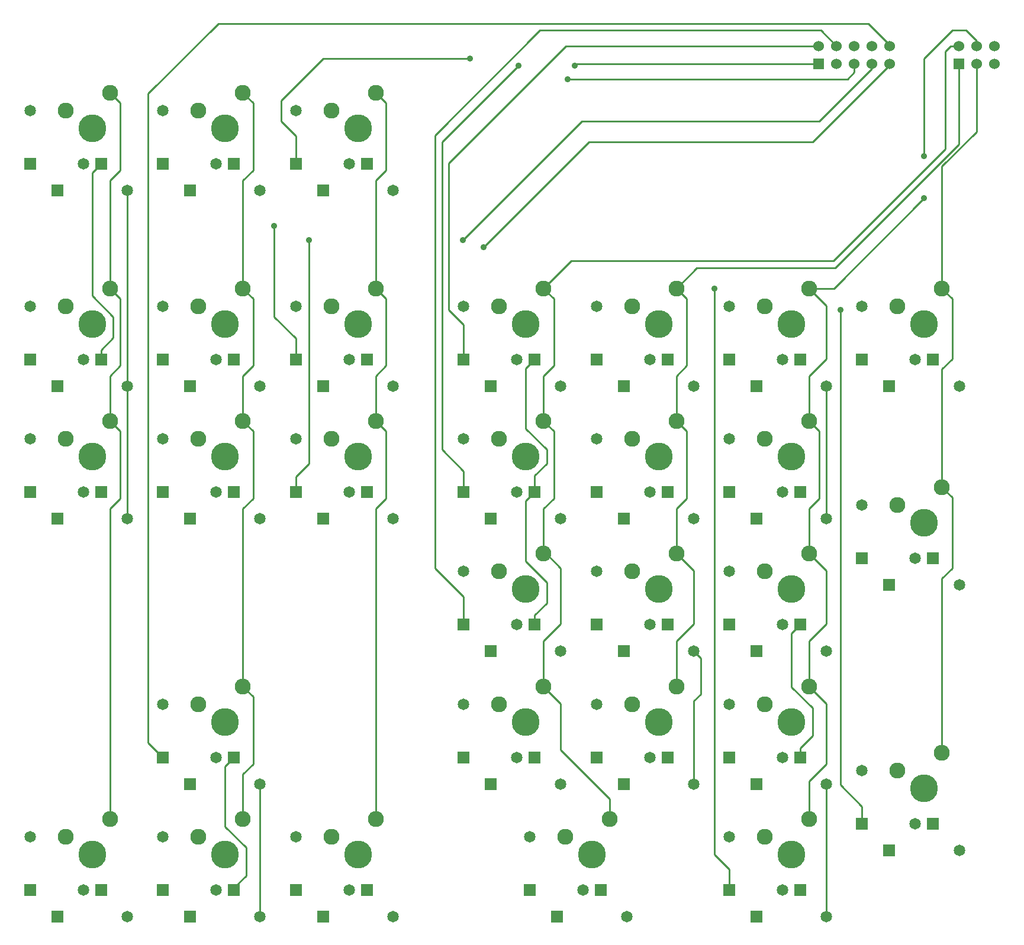
<source format=gbl>
G04 (created by PCBNEW (2013-07-07 BZR 4022)-stable) date 10/28/2014 2:01:09 AM*
%MOIN*%
G04 Gerber Fmt 3.4, Leading zero omitted, Abs format*
%FSLAX34Y34*%
G01*
G70*
G90*
G04 APERTURE LIST*
%ADD10C,0.00590551*%
%ADD11C,0.09*%
%ADD12C,0.157*%
%ADD13C,0.065*%
%ADD14R,0.065X0.065*%
%ADD15R,0.06X0.06*%
%ADD16C,0.06*%
%ADD17C,0.035*%
%ADD18C,0.01*%
G04 APERTURE END LIST*
G54D10*
G54D11*
X22259Y-16110D03*
X19759Y-17110D03*
G54D12*
X21259Y-18110D03*
G54D13*
X17759Y-17110D03*
G54D14*
X17759Y-20110D03*
G54D13*
X20759Y-20110D03*
G54D14*
X21759Y-20110D03*
X19291Y-21610D03*
G54D13*
X23228Y-21610D03*
G54D11*
X61629Y-57055D03*
X59129Y-58055D03*
G54D12*
X60629Y-59055D03*
G54D13*
X57129Y-58055D03*
G54D14*
X57129Y-61055D03*
G54D13*
X60129Y-61055D03*
G54D14*
X61129Y-61055D03*
X58661Y-62555D03*
G54D13*
X62598Y-62555D03*
G54D11*
X50409Y-57055D03*
X47909Y-58055D03*
G54D12*
X49409Y-59055D03*
G54D13*
X45909Y-58055D03*
G54D14*
X45909Y-61055D03*
G54D13*
X48909Y-61055D03*
G54D14*
X49909Y-61055D03*
X47440Y-62555D03*
G54D13*
X51377Y-62555D03*
G54D11*
X69110Y-53314D03*
X66610Y-54314D03*
G54D12*
X68110Y-55314D03*
G54D13*
X64610Y-54314D03*
G54D14*
X64610Y-57314D03*
G54D13*
X67610Y-57314D03*
G54D14*
X68610Y-57314D03*
X66141Y-58814D03*
G54D13*
X70078Y-58814D03*
G54D11*
X61629Y-49574D03*
X59129Y-50574D03*
G54D12*
X60629Y-51574D03*
G54D13*
X57129Y-50574D03*
G54D14*
X57129Y-53574D03*
G54D13*
X60129Y-53574D03*
G54D14*
X61129Y-53574D03*
X58661Y-55074D03*
G54D13*
X62598Y-55074D03*
G54D11*
X54149Y-49574D03*
X51649Y-50574D03*
G54D12*
X53149Y-51574D03*
G54D13*
X49649Y-50574D03*
G54D14*
X49649Y-53574D03*
G54D13*
X52649Y-53574D03*
G54D14*
X53649Y-53574D03*
X51181Y-55074D03*
G54D13*
X55118Y-55074D03*
G54D11*
X46669Y-49574D03*
X44169Y-50574D03*
G54D12*
X45669Y-51574D03*
G54D13*
X42169Y-50574D03*
G54D14*
X42169Y-53574D03*
G54D13*
X45169Y-53574D03*
G54D14*
X46169Y-53574D03*
X43700Y-55074D03*
G54D13*
X47637Y-55074D03*
G54D11*
X69110Y-38354D03*
X66610Y-39354D03*
G54D12*
X68110Y-40354D03*
G54D13*
X64610Y-39354D03*
G54D14*
X64610Y-42354D03*
G54D13*
X67610Y-42354D03*
G54D14*
X68610Y-42354D03*
X66141Y-43854D03*
G54D13*
X70078Y-43854D03*
G54D11*
X69110Y-27133D03*
X66610Y-28133D03*
G54D12*
X68110Y-29133D03*
G54D13*
X64610Y-28133D03*
G54D14*
X64610Y-31133D03*
G54D13*
X67610Y-31133D03*
G54D14*
X68610Y-31133D03*
X66141Y-32633D03*
G54D13*
X70078Y-32633D03*
G54D11*
X61629Y-42094D03*
X59129Y-43094D03*
G54D12*
X60629Y-44094D03*
G54D13*
X57129Y-43094D03*
G54D14*
X57129Y-46094D03*
G54D13*
X60129Y-46094D03*
G54D14*
X61129Y-46094D03*
X58661Y-47594D03*
G54D13*
X62598Y-47594D03*
G54D11*
X54149Y-42094D03*
X51649Y-43094D03*
G54D12*
X53149Y-44094D03*
G54D13*
X49649Y-43094D03*
G54D14*
X49649Y-46094D03*
G54D13*
X52649Y-46094D03*
G54D14*
X53649Y-46094D03*
X51181Y-47594D03*
G54D13*
X55118Y-47594D03*
G54D11*
X46669Y-42094D03*
X44169Y-43094D03*
G54D12*
X45669Y-44094D03*
G54D13*
X42169Y-43094D03*
G54D14*
X42169Y-46094D03*
G54D13*
X45169Y-46094D03*
G54D14*
X46169Y-46094D03*
X43700Y-47594D03*
G54D13*
X47637Y-47594D03*
G54D11*
X61629Y-34614D03*
X59129Y-35614D03*
G54D12*
X60629Y-36614D03*
G54D13*
X57129Y-35614D03*
G54D14*
X57129Y-38614D03*
G54D13*
X60129Y-38614D03*
G54D14*
X61129Y-38614D03*
X58661Y-40114D03*
G54D13*
X62598Y-40114D03*
G54D11*
X54149Y-34614D03*
X51649Y-35614D03*
G54D12*
X53149Y-36614D03*
G54D13*
X49649Y-35614D03*
G54D14*
X49649Y-38614D03*
G54D13*
X52649Y-38614D03*
G54D14*
X53649Y-38614D03*
X51181Y-40114D03*
G54D13*
X55118Y-40114D03*
G54D11*
X46669Y-34614D03*
X44169Y-35614D03*
G54D12*
X45669Y-36614D03*
G54D13*
X42169Y-35614D03*
G54D14*
X42169Y-38614D03*
G54D13*
X45169Y-38614D03*
G54D14*
X46169Y-38614D03*
X43700Y-40114D03*
G54D13*
X47637Y-40114D03*
G54D11*
X61629Y-27133D03*
X59129Y-28133D03*
G54D12*
X60629Y-29133D03*
G54D13*
X57129Y-28133D03*
G54D14*
X57129Y-31133D03*
G54D13*
X60129Y-31133D03*
G54D14*
X61129Y-31133D03*
X58661Y-32633D03*
G54D13*
X62598Y-32633D03*
G54D11*
X29740Y-16110D03*
X27240Y-17110D03*
G54D12*
X28740Y-18110D03*
G54D13*
X25240Y-17110D03*
G54D14*
X25240Y-20110D03*
G54D13*
X28240Y-20110D03*
G54D14*
X29240Y-20110D03*
X26771Y-21610D03*
G54D13*
X30708Y-21610D03*
G54D11*
X37220Y-16110D03*
X34720Y-17110D03*
G54D12*
X36220Y-18110D03*
G54D13*
X32720Y-17110D03*
G54D14*
X32720Y-20110D03*
G54D13*
X35720Y-20110D03*
G54D14*
X36720Y-20110D03*
X34251Y-21610D03*
G54D13*
X38188Y-21610D03*
G54D11*
X22259Y-27133D03*
X19759Y-28133D03*
G54D12*
X21259Y-29133D03*
G54D13*
X17759Y-28133D03*
G54D14*
X17759Y-31133D03*
G54D13*
X20759Y-31133D03*
G54D14*
X21759Y-31133D03*
X19291Y-32633D03*
G54D13*
X23228Y-32633D03*
G54D11*
X29740Y-27133D03*
X27240Y-28133D03*
G54D12*
X28740Y-29133D03*
G54D13*
X25240Y-28133D03*
G54D14*
X25240Y-31133D03*
G54D13*
X28240Y-31133D03*
G54D14*
X29240Y-31133D03*
X26771Y-32633D03*
G54D13*
X30708Y-32633D03*
G54D11*
X37220Y-27133D03*
X34720Y-28133D03*
G54D12*
X36220Y-29133D03*
G54D13*
X32720Y-28133D03*
G54D14*
X32720Y-31133D03*
G54D13*
X35720Y-31133D03*
G54D14*
X36720Y-31133D03*
X34251Y-32633D03*
G54D13*
X38188Y-32633D03*
G54D11*
X22259Y-34614D03*
X19759Y-35614D03*
G54D12*
X21259Y-36614D03*
G54D13*
X17759Y-35614D03*
G54D14*
X17759Y-38614D03*
G54D13*
X20759Y-38614D03*
G54D14*
X21759Y-38614D03*
X19291Y-40114D03*
G54D13*
X23228Y-40114D03*
G54D11*
X29740Y-34614D03*
X27240Y-35614D03*
G54D12*
X28740Y-36614D03*
G54D13*
X25240Y-35614D03*
G54D14*
X25240Y-38614D03*
G54D13*
X28240Y-38614D03*
G54D14*
X29240Y-38614D03*
X26771Y-40114D03*
G54D13*
X30708Y-40114D03*
G54D11*
X37220Y-34614D03*
X34720Y-35614D03*
G54D12*
X36220Y-36614D03*
G54D13*
X32720Y-35614D03*
G54D14*
X32720Y-38614D03*
G54D13*
X35720Y-38614D03*
G54D14*
X36720Y-38614D03*
X34251Y-40114D03*
G54D13*
X38188Y-40114D03*
G54D11*
X29740Y-49574D03*
X27240Y-50574D03*
G54D12*
X28740Y-51574D03*
G54D13*
X25240Y-50574D03*
G54D14*
X25240Y-53574D03*
G54D13*
X28240Y-53574D03*
G54D14*
X29240Y-53574D03*
X26771Y-55074D03*
G54D13*
X30708Y-55074D03*
G54D11*
X22259Y-57055D03*
X19759Y-58055D03*
G54D12*
X21259Y-59055D03*
G54D13*
X17759Y-58055D03*
G54D14*
X17759Y-61055D03*
G54D13*
X20759Y-61055D03*
G54D14*
X21759Y-61055D03*
X19291Y-62555D03*
G54D13*
X23228Y-62555D03*
G54D11*
X29740Y-57055D03*
X27240Y-58055D03*
G54D12*
X28740Y-59055D03*
G54D13*
X25240Y-58055D03*
G54D14*
X25240Y-61055D03*
G54D13*
X28240Y-61055D03*
G54D14*
X29240Y-61055D03*
X26771Y-62555D03*
G54D13*
X30708Y-62555D03*
G54D11*
X37220Y-57055D03*
X34720Y-58055D03*
G54D12*
X36220Y-59055D03*
G54D13*
X32720Y-58055D03*
G54D14*
X32720Y-61055D03*
G54D13*
X35720Y-61055D03*
G54D14*
X36720Y-61055D03*
X34251Y-62555D03*
G54D13*
X38188Y-62555D03*
G54D11*
X46669Y-27133D03*
X44169Y-28133D03*
G54D12*
X45669Y-29133D03*
G54D13*
X42169Y-28133D03*
G54D14*
X42169Y-31133D03*
G54D13*
X45169Y-31133D03*
G54D14*
X46169Y-31133D03*
X43700Y-32633D03*
G54D13*
X47637Y-32633D03*
G54D11*
X54149Y-27133D03*
X51649Y-28133D03*
G54D12*
X53149Y-29133D03*
G54D13*
X49649Y-28133D03*
G54D14*
X49649Y-31133D03*
G54D13*
X52649Y-31133D03*
G54D14*
X53649Y-31133D03*
X51181Y-32633D03*
G54D13*
X55118Y-32633D03*
G54D15*
X62173Y-14476D03*
G54D16*
X62173Y-13476D03*
X63173Y-14476D03*
X63173Y-13476D03*
X64173Y-14476D03*
X64173Y-13476D03*
X65173Y-14476D03*
X65173Y-13476D03*
X66173Y-14476D03*
X66173Y-13476D03*
G54D15*
X70062Y-14476D03*
G54D16*
X70062Y-13476D03*
X71062Y-14476D03*
X71062Y-13476D03*
X72062Y-14476D03*
X72062Y-13476D03*
G54D17*
X43307Y-24803D03*
X68110Y-22047D03*
X68110Y-19685D03*
X48425Y-14566D03*
X45275Y-14566D03*
X33464Y-24409D03*
X42125Y-24409D03*
X31496Y-23622D03*
X63385Y-28346D03*
X56299Y-27165D03*
X48031Y-15354D03*
X42519Y-14173D03*
G54D18*
X70062Y-14476D02*
X70062Y-19024D01*
X55299Y-25984D02*
X54149Y-27133D01*
X63102Y-25984D02*
X55299Y-25984D01*
X70062Y-19024D02*
X63102Y-25984D01*
X54149Y-34614D02*
X54149Y-32070D01*
X54724Y-27708D02*
X54149Y-27133D01*
X54724Y-31496D02*
X54724Y-27708D01*
X54149Y-32070D02*
X54724Y-31496D01*
X54149Y-42094D02*
X54149Y-39551D01*
X54724Y-35188D02*
X54149Y-34614D01*
X54724Y-38976D02*
X54724Y-35188D01*
X54149Y-39551D02*
X54724Y-38976D01*
X54149Y-49574D02*
X54149Y-47031D01*
X55118Y-43062D02*
X54149Y-42094D01*
X55118Y-46062D02*
X55118Y-43062D01*
X54149Y-47031D02*
X55118Y-46062D01*
X22259Y-27133D02*
X22259Y-21047D01*
X22259Y-21047D02*
X22834Y-20472D01*
X22834Y-20472D02*
X22834Y-16685D01*
X22834Y-16685D02*
X22259Y-16110D01*
X22259Y-34614D02*
X22259Y-32070D01*
X22259Y-32070D02*
X22834Y-31496D01*
X22834Y-31496D02*
X22834Y-27708D01*
X22834Y-27708D02*
X22259Y-27133D01*
X22259Y-57055D02*
X22259Y-39551D01*
X22834Y-35188D02*
X22259Y-34614D01*
X22834Y-38976D02*
X22834Y-35188D01*
X22259Y-39551D02*
X22834Y-38976D01*
X66173Y-14476D02*
X66173Y-14535D01*
X49212Y-18897D02*
X43307Y-24803D01*
X61811Y-18897D02*
X49212Y-18897D01*
X66173Y-14535D02*
X61811Y-18897D01*
X70062Y-13476D02*
X69594Y-13476D01*
X48212Y-25590D02*
X46669Y-27133D01*
X62992Y-25590D02*
X48212Y-25590D01*
X69291Y-19291D02*
X62992Y-25590D01*
X69291Y-13779D02*
X69291Y-19291D01*
X69594Y-13476D02*
X69291Y-13779D01*
X46669Y-34614D02*
X46669Y-32070D01*
X47244Y-27708D02*
X46669Y-27133D01*
X47244Y-31496D02*
X47244Y-27708D01*
X46669Y-32070D02*
X47244Y-31496D01*
X46669Y-42094D02*
X46669Y-39551D01*
X47244Y-35188D02*
X46669Y-34614D01*
X47244Y-38976D02*
X47244Y-35188D01*
X46669Y-39551D02*
X47244Y-38976D01*
X46669Y-49574D02*
X46669Y-47031D01*
X46818Y-42094D02*
X46669Y-42094D01*
X47637Y-42913D02*
X46818Y-42094D01*
X47637Y-46062D02*
X47637Y-42913D01*
X46669Y-47031D02*
X47637Y-46062D01*
X50409Y-57055D02*
X50409Y-55921D01*
X47637Y-50543D02*
X46669Y-49574D01*
X47637Y-53149D02*
X47637Y-50543D01*
X50409Y-55921D02*
X47637Y-53149D01*
X69110Y-27133D02*
X69110Y-20259D01*
X71062Y-18307D02*
X71062Y-14476D01*
X69110Y-20259D02*
X71062Y-18307D01*
X69110Y-38354D02*
X69110Y-31677D01*
X69685Y-27708D02*
X69110Y-27133D01*
X69685Y-31102D02*
X69685Y-27708D01*
X69110Y-31677D02*
X69685Y-31102D01*
X69110Y-53314D02*
X69110Y-43488D01*
X69685Y-38929D02*
X69110Y-38354D01*
X69685Y-42913D02*
X69685Y-38929D01*
X69110Y-43488D02*
X69685Y-42913D01*
X37220Y-27133D02*
X37220Y-21047D01*
X37795Y-16685D02*
X37220Y-16110D01*
X37795Y-20472D02*
X37795Y-16685D01*
X37220Y-21047D02*
X37795Y-20472D01*
X37220Y-34614D02*
X37220Y-32070D01*
X37795Y-27708D02*
X37220Y-27133D01*
X37795Y-31496D02*
X37795Y-27708D01*
X37220Y-32070D02*
X37795Y-31496D01*
X37220Y-57055D02*
X37220Y-39551D01*
X37220Y-39551D02*
X37795Y-38976D01*
X37795Y-38976D02*
X37795Y-35188D01*
X37795Y-35188D02*
X37220Y-34614D01*
X29240Y-61055D02*
X29240Y-60917D01*
X28740Y-54074D02*
X29240Y-53574D01*
X28740Y-57480D02*
X28740Y-54074D01*
X29921Y-58661D02*
X28740Y-57480D01*
X29921Y-60236D02*
X29921Y-58661D01*
X29240Y-60917D02*
X29921Y-60236D01*
X21759Y-31133D02*
X21759Y-30602D01*
X21259Y-20610D02*
X21759Y-20110D01*
X21259Y-27559D02*
X21259Y-20610D01*
X22440Y-28740D02*
X21259Y-27559D01*
X22440Y-29921D02*
X22440Y-28740D01*
X21759Y-30602D02*
X22440Y-29921D01*
X46169Y-38614D02*
X46169Y-37688D01*
X45669Y-31633D02*
X46169Y-31133D01*
X45669Y-35039D02*
X45669Y-31633D01*
X46850Y-36220D02*
X45669Y-35039D01*
X46850Y-37007D02*
X46850Y-36220D01*
X46169Y-37688D02*
X46850Y-37007D01*
X46169Y-46094D02*
X46169Y-45562D01*
X46169Y-45562D02*
X46850Y-44881D01*
X46850Y-44881D02*
X46850Y-43700D01*
X46850Y-43700D02*
X45669Y-42519D01*
X45669Y-42519D02*
X45669Y-39114D01*
X45669Y-39114D02*
X46169Y-38614D01*
X61129Y-53574D02*
X61129Y-53043D01*
X60629Y-46594D02*
X61129Y-46094D01*
X60629Y-49606D02*
X60629Y-46594D01*
X61811Y-50787D02*
X60629Y-49606D01*
X61811Y-52362D02*
X61811Y-50787D01*
X61129Y-53043D02*
X61811Y-52362D01*
X71062Y-13476D02*
X71062Y-13188D01*
X63023Y-27133D02*
X61629Y-27133D01*
X68110Y-22047D02*
X63023Y-27133D01*
X68110Y-14173D02*
X68110Y-19685D01*
X69685Y-12598D02*
X68110Y-14173D01*
X70472Y-12598D02*
X69685Y-12598D01*
X71062Y-13188D02*
X70472Y-12598D01*
X61629Y-34614D02*
X61629Y-32070D01*
X62598Y-28102D02*
X61629Y-27133D01*
X62598Y-31102D02*
X62598Y-28102D01*
X61629Y-32070D02*
X62598Y-31102D01*
X61629Y-42094D02*
X61629Y-39551D01*
X62204Y-35188D02*
X61629Y-34614D01*
X62204Y-38976D02*
X62204Y-35188D01*
X61629Y-39551D02*
X62204Y-38976D01*
X61629Y-49574D02*
X61629Y-47031D01*
X62598Y-43062D02*
X61629Y-42094D01*
X62598Y-46062D02*
X62598Y-43062D01*
X61629Y-47031D02*
X62598Y-46062D01*
X61629Y-57055D02*
X61629Y-54905D01*
X62598Y-50543D02*
X61629Y-49574D01*
X62598Y-53937D02*
X62598Y-50543D01*
X61629Y-54905D02*
X62598Y-53937D01*
X29740Y-27133D02*
X29740Y-21047D01*
X30314Y-16685D02*
X29740Y-16110D01*
X30314Y-20472D02*
X30314Y-16685D01*
X29740Y-21047D02*
X30314Y-20472D01*
X29740Y-34614D02*
X29740Y-32070D01*
X29740Y-32070D02*
X30314Y-31496D01*
X30314Y-31496D02*
X30314Y-27708D01*
X30314Y-27708D02*
X29740Y-27133D01*
X29740Y-49574D02*
X29740Y-39551D01*
X29740Y-39551D02*
X30314Y-38976D01*
X30314Y-38976D02*
X30314Y-35188D01*
X30314Y-35188D02*
X29740Y-34614D01*
X29740Y-57055D02*
X29740Y-54511D01*
X30314Y-50149D02*
X29740Y-49574D01*
X30314Y-53937D02*
X30314Y-50149D01*
X29740Y-54511D02*
X30314Y-53937D01*
X42169Y-38614D02*
X42169Y-37444D01*
X48515Y-14476D02*
X62173Y-14476D01*
X48425Y-14566D02*
X48515Y-14476D01*
X40944Y-18897D02*
X45275Y-14566D01*
X40944Y-36220D02*
X40944Y-18897D01*
X42169Y-37444D02*
X40944Y-36220D01*
X42169Y-46094D02*
X42169Y-44531D01*
X62295Y-12598D02*
X63173Y-13476D01*
X46456Y-12598D02*
X62295Y-12598D01*
X40551Y-18503D02*
X46456Y-12598D01*
X40551Y-42913D02*
X40551Y-18503D01*
X42169Y-44531D02*
X40551Y-42913D01*
X62598Y-62555D02*
X62598Y-55074D01*
X30708Y-62555D02*
X30708Y-55074D01*
X23228Y-32633D02*
X23228Y-21610D01*
X23228Y-40114D02*
X23228Y-32633D01*
X62598Y-40114D02*
X62598Y-32633D01*
X55118Y-55074D02*
X55118Y-50393D01*
X55511Y-47988D02*
X55118Y-47594D01*
X55511Y-50000D02*
X55511Y-47988D01*
X55118Y-50393D02*
X55511Y-50000D01*
X42169Y-31133D02*
X42169Y-29177D01*
X47940Y-13476D02*
X62173Y-13476D01*
X41338Y-20078D02*
X47940Y-13476D01*
X41338Y-28346D02*
X41338Y-20078D01*
X42169Y-29177D02*
X41338Y-28346D01*
X65173Y-14476D02*
X65173Y-14748D01*
X32720Y-37751D02*
X32720Y-38614D01*
X33464Y-37007D02*
X32720Y-37751D01*
X33464Y-32283D02*
X33464Y-37007D01*
X33464Y-24409D02*
X33464Y-32283D01*
X48818Y-17716D02*
X42125Y-24409D01*
X62204Y-17716D02*
X48818Y-17716D01*
X65173Y-14748D02*
X62204Y-17716D01*
X32720Y-31133D02*
X32720Y-29964D01*
X31496Y-28740D02*
X31496Y-23622D01*
X32720Y-29964D02*
X31496Y-28740D01*
X66173Y-13476D02*
X66173Y-13417D01*
X24409Y-52744D02*
X25240Y-53574D01*
X24409Y-16141D02*
X24409Y-52744D01*
X28346Y-12204D02*
X24409Y-16141D01*
X64960Y-12204D02*
X28346Y-12204D01*
X66173Y-13417D02*
X64960Y-12204D01*
X64610Y-57314D02*
X64610Y-56342D01*
X63385Y-55118D02*
X63385Y-28346D01*
X64610Y-56342D02*
X63385Y-55118D01*
X57129Y-61055D02*
X57129Y-59885D01*
X56299Y-59055D02*
X56299Y-27165D01*
X57129Y-59885D02*
X56299Y-59055D01*
X32720Y-20110D02*
X32720Y-18547D01*
X64173Y-14960D02*
X64173Y-14476D01*
X63779Y-15354D02*
X64173Y-14960D01*
X48031Y-15354D02*
X63779Y-15354D01*
X34251Y-14173D02*
X42519Y-14173D01*
X31889Y-16535D02*
X34251Y-14173D01*
X31889Y-17716D02*
X31889Y-16535D01*
X32720Y-18547D02*
X31889Y-17716D01*
M02*

</source>
